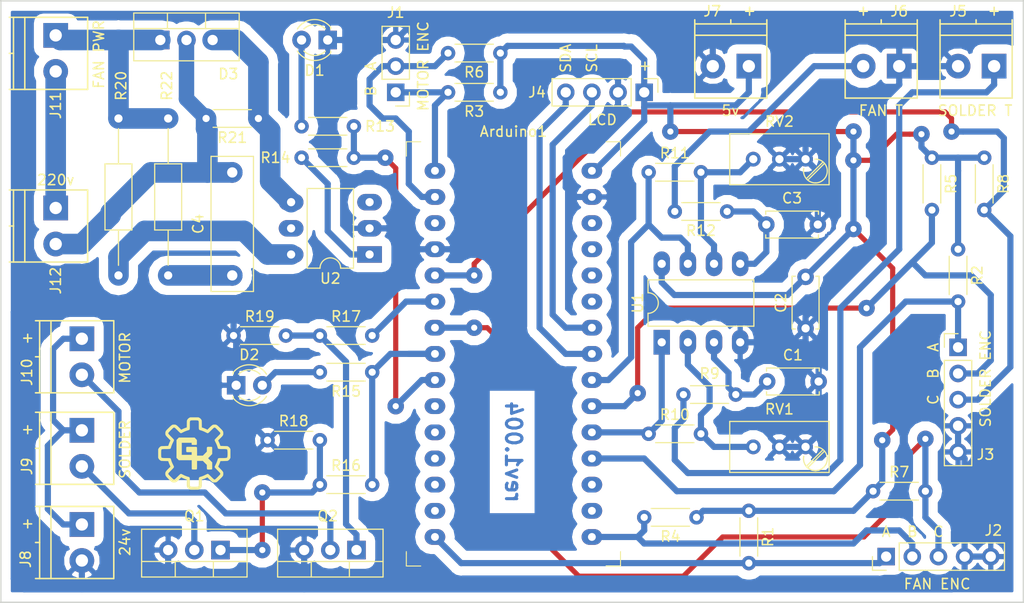
<source format=kicad_pcb>
(kicad_pcb (version 20171130) (host pcbnew "(5.0.0-rc2-154-gb82bf7c44)")
  (title_block (title "Arduino Soldering Station") (date 2018-06-16) (rev "rev. 1.004") (comment 1 "License: CC BY 4.0") (comment 2 "Author: Georgiy"))
  (layers (0 F.Cu signal) (31 B.Cu signal) (34 B.Paste user) (35 F.Paste user) (36 B.SilkS user) (37 F.SilkS user) (38 B.Mask user) (39 F.Mask user) (44 Edge.Cuts user))
  (net 0 "")
  (net 1 GND)
  (net 2 +5V)
  (net 3 /LCD_SCL)
  (net 4 /LCD_SDA)
  (net 5 "Net-(C1-Pad1)")
  (net 6 "Net-(D1-Pad2)")
  (net 7 "Net-(D2-Pad2)")
  (net 8 "Net-(D3-Pad1)")
  (net 9 "Net-(D3-Pad3)")
  (net 10 "Net-(J10-Pad1)")
  (net 11 "Net-(J11-Pad2)")
  (net 12 "Net-(R10-Pad2)")
  (net 13 "Net-(R11-Pad2)")
  (net 14 "Net-(R14-Pad1)")
  (net 15 "Net-(C3-Pad1)")
  (net 16 "Net-(J9-Pad2)")
  (net 17 "Net-(J10-Pad2)")
  (net 18 "Net-(Q1-Pad1)")
  (net 19 "Net-(Q2-Pad1)")
  (net 20 "Net-(R20-Pad2)")
  (net 21 "Net-(C4-Pad1)")
  (net 22 "Net-(C4-Pad2)")
  (net 23 /SOLDER_ENC_BTN)
  (net 24 /FAN_MOTOR)
  (net 25 /SOLDER_POWER)
  (net 26 /FAN_POWER)
  (net 27 /SOLDER_ENC_B)
  (net 28 /FAN_TEMP)
  (net 29 /SOLDER_ENC_A)
  (net 30 /SOLDER_TEMP)
  (net 31 "Net-(J5-Pad1)")
  (net 32 /MOTOR_ENC_B)
  (net 33 /MOTOR_ENC_A)
  (net 34 /FAN_ENC_BTN)
  (net 35 /FAN_ENC_A)
  (net 36 /FAN_ENC_B)
  (net 37 "Net-(J6-Pad2)")
  (net 38 "Net-(Arduino1-Pad3)")
  (net 39 "Net-(Arduino1-Pad10)")
  (net 40 "Net-(Arduino1-Pad11)")
  (net 41 "Net-(Arduino1-Pad12)")
  (net 42 "Net-(Arduino1-Pad13)")
  (net 43 "Net-(Arduino1-Pad14)")
  (net 44 "Net-(Arduino1-Pad17)")
  (net 45 "Net-(Arduino1-Pad18)")
  (net 46 "Net-(Arduino1-Pad25)")
  (net 47 "Net-(Arduino1-Pad26)")
  (net 48 "Net-(Arduino1-Pad27)")
  (net 49 "Net-(Arduino1-Pad28)")
  (net 50 "Net-(U2-Pad5)")
  (net 51 "Net-(U2-Pad3)")
  (module gk-footprints:Arduino_Nano (layer F.Cu) (at 106.68 83.82)
    (fp_text reference Arduino1 (at 0 -21.59) (layer F.SilkS))
    (fp_text value Arduino-Nano-V3)
    (pad 1 thru_hole oval (at -7.62 -17.78) (size 2 1.524) (drill 0.762) (layers *.Cu *.Mask) (net 32 /MOTOR_ENC_B))
    (pad 2 thru_hole oval (at -7.62 -15.24) (size 2 1.524) (drill 0.762) (layers *.Cu *.Mask) (net 33 /MOTOR_ENC_A))
    (pad 3 thru_hole oval (at -7.62 -12.7) (size 2 1.524) (drill 0.762) (layers *.Cu *.Mask) (net 38 "Net-(Arduino1-Pad3)"))
    (pad 4 thru_hole oval (at -7.62 -10.16) (size 2 1.524) (drill 0.762) (layers *.Cu *.Mask) (net 1 GND))
    (pad 5 thru_hole oval (at -7.62 -7.62) (size 2 1.524) (drill 0.762) (layers *.Cu *.Mask) (net 23 /SOLDER_ENC_BTN))
    (pad 6 thru_hole oval (at -7.62 -5.08) (size 2 1.524) (drill 0.762) (layers *.Cu *.Mask) (net 24 /FAN_MOTOR))
    (pad 7 thru_hole oval (at -7.62 -2.54) (size 2 1.524) (drill 0.762) (layers *.Cu *.Mask) (net 34 /FAN_ENC_BTN))
    (pad 8 thru_hole oval (at -7.62 0) (size 2 1.524) (drill 0.762) (layers *.Cu *.Mask) (net 25 /SOLDER_POWER))
    (pad 9 thru_hole oval (at -7.62 2.54) (size 2 1.524) (drill 0.762) (layers *.Cu *.Mask) (net 26 /FAN_POWER))
    (pad 10 thru_hole oval (at -7.62 5.08) (size 2 1.524) (drill 0.762) (layers *.Cu *.Mask) (net 39 "Net-(Arduino1-Pad10)"))
    (pad 11 thru_hole oval (at -7.62 7.62) (size 2 1.524) (drill 0.762) (layers *.Cu *.Mask) (net 40 "Net-(Arduino1-Pad11)"))
    (pad 12 thru_hole oval (at -7.62 10.16) (size 2 1.524) (drill 0.762) (layers *.Cu *.Mask) (net 41 "Net-(Arduino1-Pad12)"))
    (pad 13 thru_hole oval (at -7.62 12.7) (size 2 1.524) (drill 0.762) (layers *.Cu *.Mask) (net 42 "Net-(Arduino1-Pad13)"))
    (pad 14 thru_hole oval (at -7.62 15.24) (size 2 1.524) (drill 0.762) (layers *.Cu *.Mask) (net 43 "Net-(Arduino1-Pad14)"))
    (pad 15 thru_hole oval (at -7.62 17.78) (size 2 1.524) (drill 0.762) (layers *.Cu *.Mask) (net 35 /FAN_ENC_A))
    (pad 16 thru_hole oval (at 7.62 17.78) (size 2 1.524) (drill 0.762) (layers *.Cu *.Mask) (net 36 /FAN_ENC_B))
    (pad 17 thru_hole oval (at 7.62 15.24) (size 2 1.524) (drill 0.762) (layers *.Cu *.Mask) (net 44 "Net-(Arduino1-Pad17)"))
    (pad 18 thru_hole oval (at 7.62 12.7) (size 2 1.524) (drill 0.762) (layers *.Cu *.Mask) (net 45 "Net-(Arduino1-Pad18)"))
    (pad 19 thru_hole oval (at 7.62 10.16) (size 2 1.524) (drill 0.762) (layers *.Cu *.Mask) (net 29 /SOLDER_ENC_A))
    (pad 20 thru_hole oval (at 7.62 7.62) (size 2 1.524) (drill 0.762) (layers *.Cu *.Mask) (net 30 /SOLDER_TEMP))
    (pad 21 thru_hole oval (at 7.62 5.08) (size 2 1.524) (drill 0.762) (layers *.Cu *.Mask) (net 27 /SOLDER_ENC_B))
    (pad 22 thru_hole oval (at 7.62 2.54) (size 2 1.524) (drill 0.762) (layers *.Cu *.Mask) (net 28 /FAN_TEMP))
    (pad 23 thru_hole oval (at 7.62 0) (size 2 1.524) (drill 0.762) (layers *.Cu *.Mask) (net 4 /LCD_SDA))
    (pad 24 thru_hole oval (at 7.62 -2.54) (size 2 1.524) (drill 0.762) (layers *.Cu *.Mask) (net 3 /LCD_SCL))
    (pad 25 thru_hole oval (at 7.62 -5.08) (size 2 1.524) (drill 0.762) (layers *.Cu *.Mask) (net 46 "Net-(Arduino1-Pad25)"))
    (pad 26 thru_hole oval (at 7.62 -7.62) (size 2 1.524) (drill 0.762) (layers *.Cu *.Mask) (net 47 "Net-(Arduino1-Pad26)"))
    (pad 27 thru_hole oval (at 7.62 -10.16) (size 2 1.524) (drill 0.762) (layers *.Cu *.Mask) (net 48 "Net-(Arduino1-Pad27)"))
    (pad 28 thru_hole oval (at 7.62 -12.7) (size 2 1.524) (drill 0.762) (layers *.Cu *.Mask) (net 49 "Net-(Arduino1-Pad28)"))
    (pad 29 thru_hole oval (at 7.62 -15.24) (size 2 1.524) (drill 0.762) (layers *.Cu *.Mask) (net 1 GND))
    (pad 30 thru_hole oval (at 7.62 -17.78) (size 2 1.524) (drill 0.762) (layers *.Cu *.Mask) (net 2 +5V))
  )
  (module TerminalBlocks_Phoenix:TerminalBlock_Phoenix_PT-3.5mm_2pol (layer F.Cu) (at 129.54 55.88 180)
    (fp_text reference J7 (at 3.556 5.334 180) (layer F.SilkS))
    (fp_text value Power)
    (pad 2 thru_hole circle (at 3.5 0 180) (size 2.4 2.4) (drill 1.2) (layers *.Cu *.Mask) (net 1 GND))
    (pad 1 thru_hole rect (at 0 0 180) (size 2.4 2.4) (drill 1.2) (layers *.Cu *.Mask) (net 2 +5V))
  )
  (module Pin_Headers:Pin_Header_Straight_1x03_Pitch2.54mm (layer F.Cu) (at 95.25 58.42 180)
    (fp_text reference J1 (at 0 7.747 180) (layer F.SilkS))
    (fp_text value "Fan Motor Encoder")
    (pad 1 thru_hole rect (at 0 0 180) (size 1.7 1.7) (drill 1) (layers *.Cu *.Mask) (net 32 /MOTOR_ENC_B))
    (pad 2 thru_hole oval (at 0 2.54 180) (size 1.7 1.7) (drill 1) (layers *.Cu *.Mask) (net 33 /MOTOR_ENC_A))
    (pad 3 thru_hole oval (at 0 5.08 180) (size 1.7 1.7) (drill 1) (layers *.Cu *.Mask) (net 1 GND))
  )
  (module Pin_Headers:Pin_Header_Straight_1x05_Pitch2.54mm (layer F.Cu) (at 142.875 103.505 90)
    (fp_text reference J2 (at 2.54 10.414 180) (layer F.SilkS))
    (fp_text value "Fan Power Encoder")
    (pad 1 thru_hole rect (at 0 0 90) (size 1.7 1.7) (drill 1) (layers *.Cu *.Mask) (net 35 /FAN_ENC_A))
    (pad 2 thru_hole oval (at 0 2.54 90) (size 1.7 1.7) (drill 1) (layers *.Cu *.Mask) (net 36 /FAN_ENC_B))
    (pad 3 thru_hole oval (at 0 5.08 90) (size 1.7 1.7) (drill 1) (layers *.Cu *.Mask) (net 34 /FAN_ENC_BTN))
    (pad 4 thru_hole oval (at 0 7.62 90) (size 1.7 1.7) (drill 1) (layers *.Cu *.Mask) (net 1 GND))
    (pad 5 thru_hole oval (at 0 10.16 90) (size 1.7 1.7) (drill 1) (layers *.Cu *.Mask) (net 1 GND))
  )
  (module Pin_Headers:Pin_Header_Straight_1x05_Pitch2.54mm (layer F.Cu) (at 149.86 83.185)
    (fp_text reference J3 (at 2.667 10.414) (layer F.SilkS))
    (fp_text value "Solder Power Encoder")
    (pad 1 thru_hole rect (at 0 0) (size 1.7 1.7) (drill 1) (layers *.Cu *.Mask) (net 29 /SOLDER_ENC_A))
    (pad 2 thru_hole oval (at 0 2.54) (size 1.7 1.7) (drill 1) (layers *.Cu *.Mask) (net 27 /SOLDER_ENC_B))
    (pad 3 thru_hole oval (at 0 5.08) (size 1.7 1.7) (drill 1) (layers *.Cu *.Mask) (net 23 /SOLDER_ENC_BTN))
    (pad 4 thru_hole oval (at 0 7.62) (size 1.7 1.7) (drill 1) (layers *.Cu *.Mask) (net 1 GND))
    (pad 5 thru_hole oval (at 0 10.16) (size 1.7 1.7) (drill 1) (layers *.Cu *.Mask) (net 1 GND))
  )
  (module Pin_Headers:Pin_Header_Straight_1x04_Pitch2.54mm (layer F.Cu) (at 119.38 58.42 270)
    (fp_text reference J4 (at 0 10.414) (layer F.SilkS))
    (fp_text value "LCD 1602")
    (pad 1 thru_hole rect (at 0 0 270) (size 1.7 1.7) (drill 1) (layers *.Cu *.Mask) (net 2 +5V))
    (pad 2 thru_hole oval (at 0 2.54 270) (size 1.7 1.7) (drill 1) (layers *.Cu *.Mask) (net 1 GND))
    (pad 3 thru_hole oval (at 0 5.08 270) (size 1.7 1.7) (drill 1) (layers *.Cu *.Mask) (net 3 /LCD_SCL))
    (pad 4 thru_hole oval (at 0 7.62 270) (size 1.7 1.7) (drill 1) (layers *.Cu *.Mask) (net 4 /LCD_SDA))
  )
  (module Resistors_THT:R_Axial_DIN0204_L3.6mm_D1.6mm_P5.08mm_Horizontal (layer F.Cu) (at 124.46 99.695 180)
    (fp_text reference R4 (at 2.54 -1.86 180) (layer F.SilkS))
    (fp_text value 10k)
    (pad 1 thru_hole circle (at 0 0 180) (size 1.4 1.4) (drill 0.7) (layers *.Cu *.Mask) (net 2 +5V))
    (pad 2 thru_hole oval (at 5.08 0 180) (size 1.4 1.4) (drill 0.7) (layers *.Cu *.Mask) (net 36 /FAN_ENC_B))
  )
  (module Resistors_THT:R_Axial_DIN0204_L3.6mm_D1.6mm_P5.08mm_Horizontal (layer F.Cu) (at 141.605 97.155)
    (fp_text reference R7 (at 2.54 -1.86) (layer F.SilkS))
    (fp_text value 10k)
    (pad 1 thru_hole circle (at 0 0) (size 1.4 1.4) (drill 0.7) (layers *.Cu *.Mask) (net 2 +5V))
    (pad 2 thru_hole oval (at 5.08 0) (size 1.4 1.4) (drill 0.7) (layers *.Cu *.Mask) (net 34 /FAN_ENC_BTN))
  )
  (module Resistors_THT:R_Axial_DIN0204_L3.6mm_D1.6mm_P5.08mm_Horizontal (layer F.Cu) (at 152.4 64.77 270)
    (fp_text reference R8 (at 2.54 -1.86 270) (layer F.SilkS))
    (fp_text value 10k)
    (pad 1 thru_hole circle (at 0 0 270) (size 1.4 1.4) (drill 0.7) (layers *.Cu *.Mask) (net 2 +5V))
    (pad 2 thru_hole oval (at 5.08 0 270) (size 1.4 1.4) (drill 0.7) (layers *.Cu *.Mask) (net 23 /SOLDER_ENC_BTN))
  )
  (module Resistors_THT:R_Axial_DIN0204_L3.6mm_D1.6mm_P5.08mm_Horizontal (layer F.Cu) (at 147.32 64.77 270)
    (fp_text reference R5 (at 2.54 -1.86 270) (layer F.SilkS))
    (fp_text value 10k)
    (pad 1 thru_hole circle (at 0 0 270) (size 1.4 1.4) (drill 0.7) (layers *.Cu *.Mask) (net 2 +5V))
    (pad 2 thru_hole oval (at 5.08 0 270) (size 1.4 1.4) (drill 0.7) (layers *.Cu *.Mask) (net 27 /SOLDER_ENC_B))
  )
  (module Resistors_THT:R_Axial_DIN0204_L3.6mm_D1.6mm_P5.08mm_Horizontal (layer F.Cu) (at 129.54 99.06 270)
    (fp_text reference R1 (at 2.54 -1.86 270) (layer F.SilkS))
    (fp_text value 10k)
    (pad 1 thru_hole circle (at 0 0 270) (size 1.4 1.4) (drill 0.7) (layers *.Cu *.Mask) (net 2 +5V))
    (pad 2 thru_hole oval (at 5.08 0 270) (size 1.4 1.4) (drill 0.7) (layers *.Cu *.Mask) (net 35 /FAN_ENC_A))
  )
  (module Resistors_THT:R_Axial_DIN0204_L3.6mm_D1.6mm_P5.08mm_Horizontal (layer F.Cu) (at 149.86 73.66 270)
    (fp_text reference R2 (at 2.54 -1.86 270) (layer F.SilkS))
    (fp_text value 10k)
    (pad 1 thru_hole circle (at 0 0 270) (size 1.4 1.4) (drill 0.7) (layers *.Cu *.Mask) (net 2 +5V))
    (pad 2 thru_hole oval (at 5.08 0 270) (size 1.4 1.4) (drill 0.7) (layers *.Cu *.Mask) (net 29 /SOLDER_ENC_A))
  )
  (module LEDs:LED_D3.0mm (layer F.Cu) (at 88.646 53.34 180)
    (fp_text reference D1 (at 1.27 -2.96 180) (layer F.SilkS))
    (fp_text value "LED FAN")
    (pad 1 thru_hole rect (at 0 0 180) (size 1.8 1.8) (drill 0.9) (layers *.Cu *.Mask) (net 1 GND))
    (pad 2 thru_hole circle (at 2.54 0 180) (size 1.8 1.8) (drill 0.9) (layers *.Cu *.Mask) (net 6 "Net-(D1-Pad2)"))
  )
  (module LEDs:LED_D3.0mm (layer F.Cu) (at 79.756 86.868)
    (fp_text reference D2 (at 1.27 -2.96) (layer F.SilkS))
    (fp_text value "LED SOLDER")
    (pad 1 thru_hole rect (at 0 0) (size 1.8 1.8) (drill 0.9) (layers *.Cu *.Mask) (net 1 GND))
    (pad 2 thru_hole circle (at 2.54 0) (size 1.8 1.8) (drill 0.9) (layers *.Cu *.Mask) (net 7 "Net-(D2-Pad2)"))
  )
  (module TO_SOT_Packages_THT:TO-220-3_Vertical (layer F.Cu) (at 72.39 53.34)
    (fp_text reference D3 (at 6.604 3.302) (layer F.SilkS))
    (fp_text value BT138)
    (pad 1 thru_hole rect (at 0 0) (size 1.8 1.8) (drill 1) (layers *.Cu *.Mask) (net 8 "Net-(D3-Pad1)"))
    (pad 2 thru_hole oval (at 2.54 0) (size 1.8 1.8) (drill 1) (layers *.Cu *.Mask) (net 22 "Net-(C4-Pad2)"))
    (pad 3 thru_hole oval (at 5.08 0) (size 1.8 1.8) (drill 1) (layers *.Cu *.Mask) (net 9 "Net-(D3-Pad3)"))
  )
  (module TO_SOT_Packages_THT:TO-220-3_Vertical (layer F.Cu) (at 78.232 102.87 180)
    (fp_text reference Q1 (at 2.54 3.302 180) (layer F.SilkS))
    (fp_text value IRFZ44N)
    (pad 1 thru_hole rect (at 0 0 180) (size 1.8 1.8) (drill 1) (layers *.Cu *.Mask) (net 18 "Net-(Q1-Pad1)"))
    (pad 2 thru_hole oval (at 2.54 0 180) (size 1.8 1.8) (drill 1) (layers *.Cu *.Mask) (net 16 "Net-(J9-Pad2)"))
    (pad 3 thru_hole oval (at 5.08 0 180) (size 1.8 1.8) (drill 1) (layers *.Cu *.Mask) (net 1 GND))
  )
  (module TO_SOT_Packages_THT:TO-220-3_Vertical (layer F.Cu) (at 91.44 102.87 180)
    (fp_text reference Q2 (at 2.794 3.302 180) (layer F.SilkS))
    (fp_text value IRFZ44N)
    (pad 1 thru_hole rect (at 0 0 180) (size 1.8 1.8) (drill 1) (layers *.Cu *.Mask) (net 19 "Net-(Q2-Pad1)"))
    (pad 2 thru_hole oval (at 2.54 0 180) (size 1.8 1.8) (drill 1) (layers *.Cu *.Mask) (net 17 "Net-(J10-Pad2)"))
    (pad 3 thru_hole oval (at 5.08 0 180) (size 1.8 1.8) (drill 1) (layers *.Cu *.Mask) (net 1 GND))
  )
  (module Resistors_THT:R_Axial_DIN0204_L3.6mm_D1.6mm_P5.08mm_Horizontal (layer F.Cu) (at 128.27 87.772107 180)
    (fp_text reference R9 (at 2.54 2.047107 180) (layer F.SilkS))
    (fp_text value 10k)
    (pad 1 thru_hole circle (at 0 0 180) (size 1.4 1.4) (drill 0.7) (layers *.Cu *.Mask) (net 5 "Net-(C1-Pad1)"))
    (pad 2 thru_hole oval (at 5.08 0 180) (size 1.4 1.4) (drill 0.7) (layers *.Cu *.Mask) (net 31 "Net-(J5-Pad1)"))
  )
  (module Resistors_THT:R_Axial_DIN0204_L3.6mm_D1.6mm_P5.08mm_Horizontal (layer F.Cu) (at 119.810281 91.582107)
    (fp_text reference R10 (at 2.54 -1.86) (layer F.SilkS))
    (fp_text value 220k)
    (pad 1 thru_hole circle (at 0 0) (size 1.4 1.4) (drill 0.7) (layers *.Cu *.Mask) (net 30 /SOLDER_TEMP))
    (pad 2 thru_hole oval (at 5.08 0) (size 1.4 1.4) (drill 0.7) (layers *.Cu *.Mask) (net 12 "Net-(R10-Pad2)"))
  )
  (module Resistors_THT:R_Axial_DIN0204_L3.6mm_D1.6mm_P5.08mm_Horizontal (layer F.Cu) (at 119.810281 66.182107)
    (fp_text reference R11 (at 2.54 -1.86) (layer F.SilkS))
    (fp_text value 220k)
    (pad 1 thru_hole circle (at 0 0) (size 1.4 1.4) (drill 0.7) (layers *.Cu *.Mask) (net 28 /FAN_TEMP))
    (pad 2 thru_hole oval (at 5.08 0) (size 1.4 1.4) (drill 0.7) (layers *.Cu *.Mask) (net 13 "Net-(R11-Pad2)"))
  )
  (module Resistors_THT:R_Axial_DIN0204_L3.6mm_D1.6mm_P5.08mm_Horizontal (layer F.Cu) (at 127.430281 69.992107 180)
    (fp_text reference R12 (at 2.54 -1.86 180) (layer F.SilkS))
    (fp_text value 10k)
    (pad 1 thru_hole circle (at 0 0 180) (size 1.4 1.4) (drill 0.7) (layers *.Cu *.Mask) (net 15 "Net-(C3-Pad1)"))
    (pad 2 thru_hole oval (at 5.08 0 180) (size 1.4 1.4) (drill 0.7) (layers *.Cu *.Mask) (net 37 "Net-(J6-Pad2)"))
  )
  (module Resistors_THT:R_Axial_DIN0204_L3.6mm_D1.6mm_P5.08mm_Horizontal (layer F.Cu) (at 86.106 64.77)
    (fp_text reference R14 (at -2.54 0) (layer F.SilkS))
    (fp_text value 220)
    (pad 1 thru_hole circle (at 0 0) (size 1.4 1.4) (drill 0.7) (layers *.Cu *.Mask) (net 14 "Net-(R14-Pad1)"))
    (pad 2 thru_hole oval (at 5.08 0) (size 1.4 1.4) (drill 0.7) (layers *.Cu *.Mask) (net 26 /FAN_POWER))
  )
  (module Resistors_THT:R_Axial_DIN0204_L3.6mm_D1.6mm_P5.08mm_Horizontal (layer F.Cu) (at 92.964 85.598 180)
    (fp_text reference R15 (at 2.54 -1.86 180) (layer F.SilkS))
    (fp_text value 220)
    (pad 1 thru_hole circle (at 0 0 180) (size 1.4 1.4) (drill 0.7) (layers *.Cu *.Mask) (net 25 /SOLDER_POWER))
    (pad 2 thru_hole oval (at 5.08 0 180) (size 1.4 1.4) (drill 0.7) (layers *.Cu *.Mask) (net 7 "Net-(D2-Pad2)"))
  )
  (module Housings_DIP:DIP-8_W7.62mm_LongPads (layer F.Cu) (at 121.080281 82.692107 90)
    (fp_text reference U1 (at 3.81 -2.33 90) (layer F.SilkS))
    (fp_text value LM358)
    (pad 1 thru_hole rect (at 0 0 90) (size 2.4 1.6) (drill 0.8) (layers *.Cu *.Mask) (net 30 /SOLDER_TEMP))
    (pad 5 thru_hole oval (at 7.62 7.62 90) (size 2.4 1.6) (drill 0.8) (layers *.Cu *.Mask) (net 15 "Net-(C3-Pad1)"))
    (pad 2 thru_hole oval (at 0 2.54 90) (size 2.4 1.6) (drill 0.8) (layers *.Cu *.Mask) (net 12 "Net-(R10-Pad2)"))
    (pad 6 thru_hole oval (at 7.62 5.08 90) (size 2.4 1.6) (drill 0.8) (layers *.Cu *.Mask) (net 13 "Net-(R11-Pad2)"))
    (pad 3 thru_hole oval (at 0 5.08 90) (size 2.4 1.6) (drill 0.8) (layers *.Cu *.Mask) (net 5 "Net-(C1-Pad1)"))
    (pad 7 thru_hole oval (at 7.62 2.54 90) (size 2.4 1.6) (drill 0.8) (layers *.Cu *.Mask) (net 28 /FAN_TEMP))
    (pad 4 thru_hole oval (at 0 7.62 90) (size 2.4 1.6) (drill 0.8) (layers *.Cu *.Mask) (net 1 GND))
    (pad 8 thru_hole oval (at 7.62 0 90) (size 2.4 1.6) (drill 0.8) (layers *.Cu *.Mask) (net 2 +5V))
  )
  (module Housings_DIP:DIP-6_W7.62mm_LongPads (layer F.Cu) (at 92.71 74.168 180)
    (fp_text reference U2 (at 3.81 -2.33 180) (layer F.SilkS))
    (fp_text value MOC3063M)
    (pad 1 thru_hole rect (at 0 0 180) (size 2.4 1.6) (drill 0.8) (layers *.Cu *.Mask) (net 14 "Net-(R14-Pad1)"))
    (pad 4 thru_hole oval (at 7.62 5.08 180) (size 2.4 1.6) (drill 0.8) (layers *.Cu *.Mask) (net 9 "Net-(D3-Pad3)"))
    (pad 2 thru_hole oval (at 0 2.54 180) (size 2.4 1.6) (drill 0.8) (layers *.Cu *.Mask) (net 1 GND))
    (pad 5 thru_hole oval (at 7.62 2.54 180) (size 2.4 1.6) (drill 0.8) (layers *.Cu *.Mask) (net 50 "Net-(U2-Pad5)"))
    (pad 3 thru_hole oval (at 0 5.08 180) (size 2.4 1.6) (drill 0.8) (layers *.Cu *.Mask) (net 51 "Net-(U2-Pad3)"))
    (pad 6 thru_hole oval (at 7.62 0 180) (size 2.4 1.6) (drill 0.8) (layers *.Cu *.Mask) (net 20 "Net-(R20-Pad2)"))
  )
  (module Resistors_THT:R_Axial_DIN0204_L3.6mm_D1.6mm_P5.08mm_Horizontal (layer F.Cu) (at 91.186 61.722 180)
    (fp_text reference R13 (at -2.54 0 180) (layer F.SilkS))
    (fp_text value 220)
    (pad 1 thru_hole circle (at 0 0 180) (size 1.4 1.4) (drill 0.7) (layers *.Cu *.Mask) (net 26 /FAN_POWER))
    (pad 2 thru_hole oval (at 5.08 0 180) (size 1.4 1.4) (drill 0.7) (layers *.Cu *.Mask) (net 6 "Net-(D1-Pad2)"))
  )
  (module Resistors_THT:R_Axial_DIN0204_L3.6mm_D1.6mm_P5.08mm_Horizontal (layer F.Cu) (at 87.884 96.52)
    (fp_text reference R16 (at 2.54 -1.86) (layer F.SilkS))
    (fp_text value 100)
    (pad 1 thru_hole circle (at 0 0) (size 1.4 1.4) (drill 0.7) (layers *.Cu *.Mask) (net 18 "Net-(Q1-Pad1)"))
    (pad 2 thru_hole oval (at 5.08 0) (size 1.4 1.4) (drill 0.7) (layers *.Cu *.Mask) (net 25 /SOLDER_POWER))
  )
  (module Resistors_THT:R_Axial_DIN0204_L3.6mm_D1.6mm_P5.08mm_Horizontal (layer F.Cu) (at 87.884 82.042)
    (fp_text reference R17 (at 2.54 -1.86) (layer F.SilkS))
    (fp_text value 100)
    (pad 1 thru_hole circle (at 0 0) (size 1.4 1.4) (drill 0.7) (layers *.Cu *.Mask) (net 19 "Net-(Q2-Pad1)"))
    (pad 2 thru_hole oval (at 5.08 0) (size 1.4 1.4) (drill 0.7) (layers *.Cu *.Mask) (net 24 /FAN_MOTOR))
  )
  (module Resistors_THT:R_Axial_DIN0204_L3.6mm_D1.6mm_P5.08mm_Horizontal (layer F.Cu) (at 82.804 92.202)
    (fp_text reference R18 (at 2.54 -1.86) (layer F.SilkS))
    (fp_text value 10k)
    (pad 1 thru_hole circle (at 0 0) (size 1.4 1.4) (drill 0.7) (layers *.Cu *.Mask) (net 1 GND))
    (pad 2 thru_hole oval (at 5.08 0) (size 1.4 1.4) (drill 0.7) (layers *.Cu *.Mask) (net 18 "Net-(Q1-Pad1)"))
  )
  (module Resistors_THT:R_Axial_DIN0204_L3.6mm_D1.6mm_P5.08mm_Horizontal (layer F.Cu) (at 79.502 82.042)
    (fp_text reference R19 (at 2.54 -1.86) (layer F.SilkS))
    (fp_text value 10k)
    (pad 1 thru_hole circle (at 0 0) (size 1.4 1.4) (drill 0.7) (layers *.Cu *.Mask) (net 1 GND))
    (pad 2 thru_hole oval (at 5.08 0) (size 1.4 1.4) (drill 0.7) (layers *.Cu *.Mask) (net 19 "Net-(Q2-Pad1)"))
  )
  (module Resistors_THT:R_Axial_DIN0207_L6.3mm_D2.5mm_P15.24mm_Horizontal (layer F.Cu) (at 68.326 60.96 270)
    (fp_text reference R20 (at -3.175 -0.254 270) (layer F.SilkS))
    (fp_text value 380)
    (pad 1 thru_hole circle (at 0 0 270) (size 1.6 1.6) (drill 0.8) (layers *.Cu *.Mask) (net 8 "Net-(D3-Pad1)"))
    (pad 2 thru_hole oval (at 15.24 0 270) (size 1.6 1.6) (drill 0.8) (layers *.Cu *.Mask) (net 20 "Net-(R20-Pad2)"))
  )
  (module Resistors_THT:R_Axial_DIN0207_L6.3mm_D2.5mm_P15.24mm_Horizontal (layer F.Cu) (at 73.152 76.2 90)
    (fp_text reference R22 (at 18.415 -0.127 90) (layer F.SilkS))
    (fp_text value 39)
    (pad 1 thru_hole circle (at 0 0 90) (size 1.6 1.6) (drill 0.8) (layers *.Cu *.Mask) (net 21 "Net-(C4-Pad1)"))
    (pad 2 thru_hole oval (at 15.24 0 90) (size 1.6 1.6) (drill 0.8) (layers *.Cu *.Mask) (net 8 "Net-(D3-Pad1)"))
  )
  (module Resistors_THT:R_Axial_DIN0204_L3.6mm_D1.6mm_P5.08mm_Horizontal (layer F.Cu) (at 81.915 60.96 180)
    (fp_text reference R21 (at 2.54 -1.86 180) (layer F.SilkS))
    (fp_text value 330)
    (pad 1 thru_hole circle (at 0 0 180) (size 1.4 1.4) (drill 0.7) (layers *.Cu *.Mask) (net 9 "Net-(D3-Pad3)"))
    (pad 2 thru_hole oval (at 5.08 0 180) (size 1.4 1.4) (drill 0.7) (layers *.Cu *.Mask) (net 22 "Net-(C4-Pad2)"))
  )
  (module Potentiometers:Potentiometer_Trimmer_Bourns_3296W (layer F.Cu) (at 135.050281 92.852107)
    (fp_text reference RV1 (at -2.54 -3.66) (layer F.SilkS))
    (fp_text value 10k)
    (pad 1 thru_hole circle (at 0 0) (size 1.44 1.44) (drill 0.8) (layers *.Cu *.Mask) (net 1 GND))
    (pad 2 thru_hole circle (at -2.54 0) (size 1.44 1.44) (drill 0.8) (layers *.Cu *.Mask) (net 1 GND))
    (pad 3 thru_hole circle (at -5.08 0) (size 1.44 1.44) (drill 0.8) (layers *.Cu *.Mask) (net 12 "Net-(R10-Pad2)"))
  )
  (module Potentiometers:Potentiometer_Trimmer_Bourns_3296W (layer F.Cu) (at 135.050281 64.912107)
    (fp_text reference RV2 (at -2.54 -3.66) (layer F.SilkS))
    (fp_text value 10k)
    (pad 1 thru_hole circle (at 0 0) (size 1.44 1.44) (drill 0.8) (layers *.Cu *.Mask) (net 1 GND))
    (pad 2 thru_hole circle (at -2.54 0) (size 1.44 1.44) (drill 0.8) (layers *.Cu *.Mask) (net 1 GND))
    (pad 3 thru_hole circle (at -5.08 0) (size 1.44 1.44) (drill 0.8) (layers *.Cu *.Mask) (net 13 "Net-(R11-Pad2)"))
  )
  (module Capacitors_THT:C_Disc_D5.0mm_W2.5mm_P5.00mm (layer F.Cu) (at 131.320281 86.502107)
    (fp_text reference C1 (at 2.5 -2.56) (layer F.SilkS))
    (fp_text value 1uF)
    (pad 1 thru_hole circle (at 0 0) (size 1.6 1.6) (drill 0.8) (layers *.Cu *.Mask) (net 5 "Net-(C1-Pad1)"))
    (pad 2 thru_hole circle (at 5 0) (size 1.6 1.6) (drill 0.8) (layers *.Cu *.Mask) (net 1 GND))
  )
  (module Capacitors_THT:C_Disc_D5.0mm_W2.5mm_P5.00mm (layer F.Cu) (at 135.050281 76.342107 270)
    (fp_text reference C2 (at 2.524893 2.398781 270) (layer F.SilkS))
    (fp_text value 100nF)
    (pad 1 thru_hole circle (at 0 0 270) (size 1.6 1.6) (drill 0.8) (layers *.Cu *.Mask) (net 2 +5V))
    (pad 2 thru_hole circle (at 5 0 270) (size 1.6 1.6) (drill 0.8) (layers *.Cu *.Mask) (net 1 GND))
  )
  (module Capacitors_THT:C_Disc_D5.0mm_W2.5mm_P5.00mm (layer F.Cu) (at 131.240281 71.262107)
    (fp_text reference C3 (at 2.5 -2.56) (layer F.SilkS))
    (fp_text value 1uF)
    (pad 1 thru_hole circle (at 0 0) (size 1.6 1.6) (drill 0.8) (layers *.Cu *.Mask) (net 15 "Net-(C3-Pad1)"))
    (pad 2 thru_hole circle (at 5 0) (size 1.6 1.6) (drill 0.8) (layers *.Cu *.Mask) (net 1 GND))
  )
  (module Capacitors_THT:C_Rect_L13.0mm_W4.0mm_P10.00mm_FKS3_FKP3_MKS4 (layer F.Cu) (at 79.375 76.2 90)
    (fp_text reference C4 (at 5 -3.31 90) (layer F.SilkS))
    (fp_text value 10nF)
    (pad 1 thru_hole circle (at 0 0 90) (size 2 2) (drill 1) (layers *.Cu *.Mask) (net 21 "Net-(C4-Pad1)"))
    (pad 2 thru_hole circle (at 10 0 90) (size 2 2) (drill 1) (layers *.Cu *.Mask) (net 22 "Net-(C4-Pad2)"))
  )
  (module TerminalBlocks_Phoenix:TerminalBlock_Phoenix_PT-3.5mm_2pol (layer F.Cu) (at 153.36 55.88 180)
    (fp_text reference J5 (at 3.5 5.334 180) (layer F.SilkS))
    (fp_text value "Solder Temp")
    (pad 2 thru_hole circle (at 3.5 0 180) (size 2.4 2.4) (drill 1.2) (layers *.Cu *.Mask) (net 1 GND))
    (pad 1 thru_hole rect (at 0 0 180) (size 2.4 2.4) (drill 1.2) (layers *.Cu *.Mask) (net 31 "Net-(J5-Pad1)"))
  )
  (module TerminalBlocks_Phoenix:TerminalBlock_Phoenix_PT-3.5mm_2pol (layer F.Cu) (at 144.145 55.88 180)
    (fp_text reference J6 (at 0 5.334 180) (layer F.SilkS))
    (fp_text value "Fan Temp")
    (pad 2 thru_hole circle (at 3.5 0 180) (size 2.4 2.4) (drill 1.2) (layers *.Cu *.Mask) (net 37 "Net-(J6-Pad2)"))
    (pad 1 thru_hole rect (at 0 0 180) (size 2.4 2.4) (drill 1.2) (layers *.Cu *.Mask) (net 1 GND))
  )
  (module TerminalBlocks_Phoenix:TerminalBlock_Phoenix_PT-3.5mm_2pol (layer F.Cu) (at 64.77 100.386 270)
    (fp_text reference J8 (at 3.373 5.461 270) (layer F.SilkS))
    (fp_text value 24v)
    (pad 2 thru_hole circle (at 3.5 0 270) (size 2.4 2.4) (drill 1.2) (layers *.Cu *.Mask) (net 1 GND))
    (pad 1 thru_hole rect (at 0 0 270) (size 2.4 2.4) (drill 1.2) (layers *.Cu *.Mask) (net 10 "Net-(J10-Pad1)"))
  )
  (module TerminalBlocks_Phoenix:TerminalBlock_Phoenix_PT-3.5mm_2pol (layer F.Cu) (at 64.77 91.242 270)
    (fp_text reference J9 (at 3.5 5.334 270) (layer F.SilkS))
    (fp_text value "Solder Power")
    (pad 2 thru_hole circle (at 3.5 0 270) (size 2.4 2.4) (drill 1.2) (layers *.Cu *.Mask) (net 16 "Net-(J9-Pad2)"))
    (pad 1 thru_hole rect (at 0 0 270) (size 2.4 2.4) (drill 1.2) (layers *.Cu *.Mask) (net 10 "Net-(J10-Pad1)"))
  )
  (module TerminalBlocks_Phoenix:TerminalBlock_Phoenix_PT-3.5mm_2pol (layer F.Cu) (at 64.77 82.352 270)
    (fp_text reference J10 (at 3.246 5.334 270) (layer F.SilkS))
    (fp_text value "Fan Motor")
    (pad 2 thru_hole circle (at 3.5 0 270) (size 2.4 2.4) (drill 1.2) (layers *.Cu *.Mask) (net 17 "Net-(J10-Pad2)"))
    (pad 1 thru_hole rect (at 0 0 270) (size 2.4 2.4) (drill 1.2) (layers *.Cu *.Mask) (net 10 "Net-(J10-Pad1)"))
  )
  (module TerminalBlocks_Phoenix:TerminalBlock_Phoenix_PT-3.5mm_2pol (layer F.Cu) (at 62.23 52.888 270)
    (fp_text reference J11 (at 6.802 0 270) (layer F.SilkS))
    (fp_text value 220V)
    (pad 2 thru_hole circle (at 3.5 0 270) (size 2.4 2.4) (drill 1.2) (layers *.Cu *.Mask) (net 11 "Net-(J11-Pad2)"))
    (pad 1 thru_hole rect (at 0 0 270) (size 2.4 2.4) (drill 1.2) (layers *.Cu *.Mask) (net 8 "Net-(D3-Pad1)"))
  )
  (module TerminalBlocks_Phoenix:TerminalBlock_Phoenix_PT-3.5mm_2pol (layer F.Cu) (at 62.23 69.652 270)
    (fp_text reference J12 (at 7.056 0 270) (layer F.SilkS))
    (fp_text value "Fan Power")
    (pad 2 thru_hole circle (at 3.5 0 270) (size 2.4 2.4) (drill 1.2) (layers *.Cu *.Mask) (net 22 "Net-(C4-Pad2)"))
    (pad 1 thru_hole rect (at 0 0 270) (size 2.4 2.4) (drill 1.2) (layers *.Cu *.Mask) (net 11 "Net-(J11-Pad2)"))
  )
  (module Resistors_THT:R_Axial_DIN0204_L3.6mm_D1.6mm_P5.08mm_Horizontal (layer F.Cu) (at 105.41 58.42 180)
    (fp_text reference R3 (at 2.54 -1.86 180) (layer F.SilkS))
    (fp_text value 10k)
    (pad 1 thru_hole circle (at 0 0 180) (size 1.4 1.4) (drill 0.7) (layers *.Cu *.Mask) (net 2 +5V))
    (pad 2 thru_hole oval (at 5.08 0 180) (size 1.4 1.4) (drill 0.7) (layers *.Cu *.Mask) (net 32 /MOTOR_ENC_B))
  )
  (module Resistors_THT:R_Axial_DIN0204_L3.6mm_D1.6mm_P5.08mm_Horizontal (layer F.Cu) (at 105.41 54.61 180)
    (fp_text reference R6 (at 2.54 -1.86 180) (layer F.SilkS))
    (fp_text value 10k)
    (pad 1 thru_hole circle (at 0 0 180) (size 1.4 1.4) (drill 0.7) (layers *.Cu *.Mask) (net 2 +5V))
    (pad 2 thru_hole oval (at 5.08 0 180) (size 1.4 1.4) (drill 0.7) (layers *.Cu *.Mask) (net 33 /MOTOR_ENC_A))
  )
  (module gk-pcb-logo:pcb-logo-v1-7mm (layer F.Cu) (at 75.692 93.4974)
    (fp_text reference G*** hide)
    (fp_text value LOGO hide)
  )
  (gr_text + (at 119.38 55.88 90) (layer F.SilkS) (effects (font (size 1 1))))
  (gr_text SCL (at 114.3 55.118 90) (layer F.SilkS) (effects (font (size 1 1))))
  (gr_text SDA (at 111.76 55.118 90) (layer F.SilkS) (effects (font (size 1 1))))
  (gr_text C (at 147.955 101.092) (layer F.SilkS) (effects (font (size 1 1))))
  (gr_text A (at 142.875 101.092) (layer F.SilkS) (effects (font (size 1 1))))
  (gr_text B (at 145.415 101.092) (layer F.SilkS) (effects (font (size 1 1))))
  (gr_text C (at 147.447 88.265 90) (layer F.SilkS) (effects (font (size 1 1))))
  (gr_text B (at 147.447 85.725 90) (layer F.SilkS) (effects (font (size 1 1))))
  (gr_text A (at 147.447 83.185 90) (layer F.SilkS) (effects (font (size 1 1))))
  (gr_text A (at 92.837 55.88 90) (layer F.SilkS) (effects (font (size 1 1))))
  (gr_text B (at 92.837 58.293 90) (layer F.SilkS) (effects (font (size 1 1))))
  (gr_text + (at 153.289 50.546 90) (layer F.SilkS) (effects (font (size 1 1))))
  (gr_text + (at 140.589 50.546 90) (layer F.SilkS) (effects (font (size 1 1))))
  (gr_text + (at 129.54 50.546 90) (layer F.SilkS) (effects (font (size 1 1))))
  (gr_text + (at 59.436 100.33 90) (layer F.SilkS) (effects (font (size 1 1))))
  (gr_text + (at 59.436 91.186 90) (layer F.SilkS) (effects (font (size 1 1))))
  (gr_text + (at 59.436 82.296 90) (layer F.SilkS) (effects (font (size 1 1))))
  (gr_text 5v (at 127.762 60.198) (layer F.SilkS) (effects (font (size 1 1))))
  (gr_text "MOTOR ENC" (at 97.917 55.88 90) (layer F.SilkS) (effects (font (size 1 1))))
  (gr_text LCD (at 115.316 61.087) (layer F.SilkS) (effects (font (size 1 1))))
  (gr_text "FAN T" (at 142.367 60.198) (layer F.SilkS) (effects (font (size 1 1))))
  (gr_text "SOLDER T" (at 151.511 60.198) (layer F.SilkS) (effects (font (size 1 1))))
  (gr_text "SOLDER ENC" (at 152.527 86.233 90) (layer F.SilkS) (effects (font (size 1 1))))
  (gr_text "FAN ENC" (at 147.828 106.172) (layer F.SilkS) (effects (font (size 1 1))))
  (gr_text 24v (at 68.961 102.108 90) (layer F.SilkS) (effects (font (size 1 1))))
  (gr_text SOLDER (at 68.961 93.091 90) (layer F.SilkS) (effects (font (size 1 1))))
  (gr_text MOTOR (at 68.961 84.201 90) (layer F.SilkS) (effects (font (size 1 1))))
  (gr_text "FAN PWR" (at 66.421 54.737 90) (layer F.SilkS) (effects (font (size 1 1))))
  (gr_text 220v (at 62.23 66.929) (layer F.SilkS) (effects (font (size 1 1))))
  (gr_text rev1.004 (at 106.68 93.345 270) (layer B.Cu) (effects (font (size 1.5 1.5) (thickness 0.3)) (justify mirror)))
  (gr_line (start 56.896 107.95) (end 56.896 49.53) (layer Edge.Cuts) (width 0.15))
  (gr_line (start 156.21 107.95) (end 56.896 107.95) (layer Edge.Cuts) (width 0.15))
  (gr_line (start 156.21 49.53) (end 156.21 107.95) (layer Edge.Cuts) (width 0.15))
  (gr_line (start 56.896 49.53) (end 156.21 49.53) (layer Edge.Cuts) (width 0.15))
  (segment (start 82.804 92.202) (end 79.756 89.154) (width 0.6) (layer B.Cu) (net 1))
  (segment (start 79.756 89.154) (end 79.756 86.868) (width 0.6) (layer B.Cu) (net 1))
  (segment (start 59.182 106.68) (end 86.36 106.68) (width 0.6) (layer B.Cu) (net 1))
  (segment (start 86.36 106.68) (end 149.225 106.68) (width 0.6) (layer B.Cu) (net 1))
  (segment (start 86.36 104.142792) (end 86.36 106.68) (width 0.6) (layer B.Cu) (net 1))
  (segment (start 86.36 102.87) (end 86.36 104.142792) (width 0.6) (layer B.Cu) (net 1))
  (segment (start 79.756 86.868) (end 79.756 82.296) (width 0.6) (layer B.Cu) (net 1))
  (segment (start 79.756 82.296) (end 79.502 82.042) (width 0.6) (layer B.Cu) (net 1))
  (segment (start 93.218 79.248) (end 79.502 79.248) (width 0.6) (layer B.Cu) (net 1))
  (segment (start 79.502 79.248) (end 58.674 79.248) (width 0.6) (layer B.Cu) (net 1))
  (segment (start 79.502 82.042) (end 79.502 81.052051) (width 0.6) (layer B.Cu) (net 1))
  (segment (start 79.502 81.052051) (end 79.502 79.248) (width 0.6) (layer B.Cu) (net 1))
  (segment (start 73.152 102.87) (end 73.152 106.426) (width 0.6) (layer B.Cu) (net 1))
  (segment (start 64.77 103.886) (end 64.77 106.68) (width 0.6) (layer B.Cu) (net 1))
  (segment (start 95.25 73.66) (end 95.25 77.216) (width 0.6) (layer B.Cu) (net 1))
  (segment (start 95.25 77.216) (end 93.218 79.248) (width 0.6) (layer B.Cu) (net 1))
  (segment (start 58.674 79.248) (end 58.166 79.756) (width 0.6) (layer B.Cu) (net 1))
  (segment (start 58.166 79.756) (end 58.166 105.664) (width 0.6) (layer B.Cu) (net 1))
  (segment (start 149.225 106.68) (end 150.495 105.41) (width 0.6) (layer B.Cu) (net 1))
  (segment (start 58.166 105.664) (end 59.182 106.68) (width 0.6) (layer B.Cu) (net 1))
  (segment (start 150.495 105.41) (end 150.495 103.505) (width 0.6) (layer B.Cu) (net 1))
  (segment (start 88.646 53.34) (end 95.25 53.34) (width 0.6) (layer B.Cu) (net 1))
  (segment (start 95.25 71.628) (end 95.25 73.66) (width 0.6) (layer B.Cu) (net 1))
  (segment (start 92.71 71.628) (end 95.25 71.628) (width 0.6) (layer B.Cu) (net 1))
  (segment (start 137.795 59.055) (end 141.605 59.055) (width 0.6) (layer B.Cu) (net 1))
  (segment (start 141.605 59.055) (end 142.77 59.055) (width 0.6) (layer B.Cu) (net 1))
  (segment (start 141.605 73.656018) (end 141.605 59.055) (width 0.6) (layer B.Cu) (net 1))
  (segment (start 150.495 103.505) (end 150.495 93.98) (width 0.6) (layer B.Cu) (net 1))
  (segment (start 150.495 93.98) (end 149.86 93.345) (width 0.6) (layer B.Cu) (net 1))
  (segment (start 150.495 103.505) (end 153.035 103.505) (width 0.6) (layer B.Cu) (net 1))
  (segment (start 135.050281 64.912107) (end 135.050281 61.799719) (width 0.6) (layer B.Cu) (net 1))
  (segment (start 135.050281 61.799719) (end 137.795 59.055) (width 0.6) (layer B.Cu) (net 1))
  (segment (start 142.77 59.055) (end 144.145 57.68) (width 0.6) (layer B.Cu) (net 1))
  (segment (start 144.145 57.68) (end 144.145 55.88) (width 0.6) (layer B.Cu) (net 1))
  (segment (start 144.145 55.88) (end 149.86 55.88) (width 0.6) (layer B.Cu) (net 1))
  (segment (start 143.51 52.07) (end 144.145 52.705) (width 0.6) (layer B.Cu) (net 1))
  (segment (start 144.145 52.705) (end 144.145 55.88) (width 0.6) (layer B.Cu) (net 1))
  (segment (start 127.62 52.07) (end 143.51 52.07) (width 0.6) (layer B.Cu) (net 1))
  (segment (start 149.86 90.805) (end 149.86 93.345) (width 0.6) (layer B.Cu) (net 1))
  (segment (start 135.050281 81.342107) (end 135.050281 80.210737) (width 0.6) (layer B.Cu) (net 1))
  (segment (start 135.050281 80.210737) (end 141.605 73.656018) (width 0.6) (layer B.Cu) (net 1))
  (segment (start 102.87 52.07) (end 124.46 52.07) (width 0.6) (layer B.Cu) (net 1))
  (segment (start 124.46 52.07) (end 125.73 53.34) (width 0.6) (layer B.Cu) (net 1))
  (segment (start 125.73 53.34) (end 126.04 53.65) (width 0.6) (layer B.Cu) (net 1))
  (segment (start 126.04 55.88) (end 126.04 53.65) (width 0.6) (layer B.Cu) (net 1))
  (segment (start 126.04 53.65) (end 127.62 52.07) (width 0.6) (layer B.Cu) (net 1))
  (segment (start 135.050281 64.912107) (end 132.510281 64.912107) (width 0.6) (layer B.Cu) (net 1))
  (segment (start 136.240281 71.262107) (end 136.240281 68.722107) (width 0.6) (layer B.Cu) (net 1))
  (segment (start 136.240281 68.722107) (end 136.240281 66.102107) (width 0.6) (layer B.Cu) (net 1))
  (segment (start 136.240281 66.102107) (end 135.050281 64.912107) (width 0.6) (layer B.Cu) (net 1))
  (segment (start 136.320281 86.502107) (end 136.320281 90.312107) (width 0.6) (layer B.Cu) (net 1))
  (segment (start 136.320281 90.312107) (end 136.320281 91.582107) (width 0.6) (layer B.Cu) (net 1))
  (segment (start 135.050281 92.852107) (end 132.510281 92.852107) (width 0.6) (layer B.Cu) (net 1))
  (segment (start 136.320281 91.582107) (end 135.050281 92.852107) (width 0.6) (layer B.Cu) (net 1))
  (segment (start 136.320281 86.502107) (end 136.320281 83.962107) (width 0.6) (layer B.Cu) (net 1))
  (segment (start 136.320281 83.962107) (end 135.050281 82.692107) (width 0.6) (layer B.Cu) (net 1))
  (segment (start 135.050281 82.692107) (end 135.050281 81.342107) (width 0.6) (layer B.Cu) (net 1))
  (segment (start 128.700281 82.692107) (end 135.050281 82.692107) (width 0.6) (layer B.Cu) (net 1))
  (segment (start 107.95 59.69) (end 104.14 63.5) (width 0.6) (layer B.Cu) (net 1))
  (segment (start 107.95 57.15) (end 107.95 59.69) (width 0.6) (layer B.Cu) (net 1))
  (segment (start 109.22 55.88) (end 107.95 57.15) (width 0.6) (layer B.Cu) (net 1))
  (segment (start 115.57 55.88) (end 109.22 55.88) (width 0.6) (layer B.Cu) (net 1))
  (segment (start 116.84 57.15) (end 115.57 55.88) (width 0.6) (layer B.Cu) (net 1))
  (segment (start 116.84 58.42) (end 116.84 57.15) (width 0.6) (layer B.Cu) (net 1))
  (segment (start 96.52 52.07) (end 102.87 52.07) (width 0.6) (layer B.Cu) (net 1))
  (segment (start 102.87 52.07) (end 102.87 62.23) (width 0.6) (layer B.Cu) (net 1))
  (segment (start 104.14 63.5) (end 101.6 66.04) (width 0.6) (layer B.Cu) (net 1))
  (segment (start 102.87 62.23) (end 104.14 63.5) (width 0.6) (layer B.Cu) (net 1))
  (segment (start 95.25 53.34) (end 96.52 52.07) (width 0.6) (layer B.Cu) (net 1))
  (segment (start 116.84 58.42) (end 116.84 59.69) (width 0.6) (layer B.Cu) (net 1))
  (segment (start 116.84 59.69) (end 111.76 64.77) (width 0.6) (layer B.Cu) (net 1))
  (segment (start 111.76 64.77) (end 111.76 67.64) (width 0.6) (layer B.Cu) (net 1))
  (segment (start 111.76 67.64) (end 112.7 68.58) (width 0.6) (layer B.Cu) (net 1))
  (segment (start 112.7 68.58) (end 114.3 68.58) (width 0.6) (layer B.Cu) (net 1))
  (segment (start 101.6 66.04) (end 101.6 72.72) (width 0.6) (layer B.Cu) (net 1))
  (segment (start 101.6 72.72) (end 100.66 73.66) (width 0.6) (layer B.Cu) (net 1))
  (segment (start 100.66 73.66) (end 99.06 73.66) (width 0.6) (layer B.Cu) (net 1))
  (segment (start 99.06 73.66) (end 96.52 73.66) (width 0.6) (layer B.Cu) (net 1))
  (segment (start 96.52 73.66) (end 95.25 73.66) (width 0.6) (layer B.Cu) (net 1))
  (segment (start 139.7 71.692388) (end 143.51 75.502388) (width 0.5) (layer F.Cu) (net 2))
  (segment (start 143.51 75.502388) (end 143.51 91.186) (width 0.5) (layer F.Cu) (net 2))
  (segment (start 143.51 91.186) (end 142.494 92.202) (width 0.5) (layer F.Cu) (net 2))
  (segment (start 142.304999 96.455001) (end 142.494 96.266) (width 0.6) (layer B.Cu) (net 2))
  (segment (start 142.494 96.266) (end 142.494 92.202) (width 0.6) (layer B.Cu) (net 2))
  (via (at 142.494 92.202) (size 1.6) (drill 0.6) (layers F.Cu B.Cu) (net 2))
  (segment (start 141.605 97.155) (end 142.304999 96.455001) (width 0.6) (layer B.Cu) (net 2))
  (segment (start 129.54 99.06) (end 125.095 99.06) (width 0.6) (layer B.Cu) (net 2))
  (segment (start 125.095 99.06) (end 124.46 99.695) (width 0.6) (layer B.Cu) (net 2))
  (segment (start 129.54 99.06) (end 139.7 99.06) (width 0.6) (layer B.Cu) (net 2))
  (segment (start 139.7 99.06) (end 141.605 97.155) (width 0.6) (layer B.Cu) (net 2))
  (via (at 139.7 71.692388) (size 1.6) (drill 0.6) (layers F.Cu B.Cu) (net 2))
  (segment (start 152.4 64.77) (end 149.86 64.77) (width 0.6) (layer B.Cu) (net 2))
  (segment (start 147.32 64.77) (end 149.86 64.77) (width 0.6) (layer B.Cu) (net 2))
  (segment (start 149.86 73.66) (end 149.86 66.04) (width 0.6) (layer B.Cu) (net 2))
  (segment (start 149.86 66.04) (end 149.86 64.77) (width 0.6) (layer B.Cu) (net 2))
  (segment (start 139.7 65.024) (end 139.7 62.23) (width 0.6) (layer B.Cu) (net 2))
  (segment (start 139.7 71.692388) (end 139.7 65.024) (width 0.6) (layer B.Cu) (net 2))
  (via (at 139.7 65.024) (size 1.6) (drill 0.6) (layers F.Cu B.Cu) (net 2))
  (segment (start 118.11 53.975) (end 119.38 55.245) (width 0.6) (layer B.Cu) (net 2))
  (segment (start 119.38 55.245) (end 119.38 58.42) (width 0.6) (layer B.Cu) (net 2))
  (segment (start 117.475 53.975) (end 118.11 53.975) (width 0.6) (layer B.Cu) (net 2))
  (segment (start 117.410001 53.910001) (end 117.475 53.975) (width 0.6) (layer B.Cu) (net 2))
  (segment (start 105.41 54.61) (end 106.109999 53.910001) (width 0.6) (layer B.Cu) (net 2))
  (segment (start 106.109999 53.910001) (end 117.410001 53.910001) (width 0.6) (layer B.Cu) (net 2))
  (segment (start 122.313174 78.105) (end 133.287388 78.105) (width 0.6) (layer B.Cu) (net 2))
  (segment (start 133.287388 78.105) (end 135.050281 76.342107) (width 0.6) (layer B.Cu) (net 2))
  (segment (start 121.080281 75.072107) (end 121.080281 76.872107) (width 0.6) (layer B.Cu) (net 2))
  (segment (start 121.080281 76.872107) (end 122.313174 78.105) (width 0.6) (layer B.Cu) (net 2))
  (segment (start 121.92 59.69) (end 119.56 59.69) (width 0.6) (layer B.Cu) (net 2))
  (segment (start 119.56 59.69) (end 119.38 59.87) (width 0.6) (layer B.Cu) (net 2))
  (segment (start 135.050281 76.342107) (end 139.7 71.692388) (width 0.6) (layer B.Cu) (net 2))
  (segment (start 121.92 62.23) (end 139.7 62.23) (width 0.5) (layer F.Cu) (net 2))
  (via (at 139.7 62.23) (size 1.6) (drill 0.6) (layers F.Cu B.Cu) (net 2))
  (segment (start 121.92 59.69) (end 128.27 59.69) (width 0.6) (layer B.Cu) (net 2))
  (segment (start 121.92 59.69) (end 121.92 62.23) (width 0.6) (layer B.Cu) (net 2))
  (via (at 121.92 62.23) (size 1.6) (drill 0.6) (layers F.Cu B.Cu) (net 2))
  (segment (start 105.41 58.42) (end 105.41 54.61) (width 0.6) (layer B.Cu) (net 2))
  (segment (start 114.3 66.04) (end 114.538 66.04) (width 0.6) (layer B.Cu) (net 2))
  (segment (start 114.538 66.04) (end 119.38 61.198) (width 0.6) (layer B.Cu) (net 2))
  (segment (start 119.38 61.198) (end 119.38 59.87) (width 0.6) (layer B.Cu) (net 2))
  (segment (start 119.38 59.87) (end 119.38 58.42) (width 0.6) (layer B.Cu) (net 2))
  (segment (start 128.27 59.69) (end 129.54 58.42) (width 0.6) (layer B.Cu) (net 2))
  (segment (start 129.54 58.42) (end 129.54 55.88) (width 0.6) (layer B.Cu) (net 2))
  (segment (start 114.062 66.04) (end 114.3 66.04) (width 0.8) (layer B.Cu) (net 2))
  (segment (start 147.32 64.77) (end 146.304 63.754) (width 0.6) (layer B.Cu) (net 2))
  (segment (start 146.304 63.615376) (end 146.304 62.484006) (width 0.6) (layer B.Cu) (net 2))
  (via (at 146.304 62.484006) (size 1.6) (drill 0.6) (layers F.Cu B.Cu) (net 2))
  (segment (start 146.304 63.754) (end 146.304 63.615376) (width 0.6) (layer B.Cu) (net 2))
  (segment (start 145.17263 62.484006) (end 146.304 62.484006) (width 0.5) (layer F.Cu) (net 2))
  (segment (start 143.890994 62.484006) (end 145.17263 62.484006) (width 0.5) (layer F.Cu) (net 2))
  (segment (start 139.7 65.024) (end 141.351 65.024) (width 0.5) (layer F.Cu) (net 2))
  (segment (start 141.351 65.024) (end 143.890994 62.484006) (width 0.5) (layer F.Cu) (net 2))
  (segment (start 114.3 58.42) (end 114.3 59.69) (width 0.6) (layer B.Cu) (net 3))
  (segment (start 114.3 59.69) (end 110.49 63.5) (width 0.6) (layer B.Cu) (net 3))
  (segment (start 110.49 63.5) (end 110.49 80.01) (width 0.6) (layer B.Cu) (net 3))
  (segment (start 110.49 80.01) (end 111.76 81.28) (width 0.6) (layer B.Cu) (net 3))
  (segment (start 111.76 81.28) (end 114.3 81.28) (width 0.6) (layer B.Cu) (net 3))
  (segment (start 111.76 83.82) (end 114.3 83.82) (width 0.6) (layer B.Cu) (net 4))
  (segment (start 109.22 81.28) (end 111.76 83.82) (width 0.6) (layer B.Cu) (net 4))
  (segment (start 109.22 62.23) (end 109.22 81.28) (width 0.6) (layer B.Cu) (net 4))
  (segment (start 111.76 59.69) (end 109.22 62.23) (width 0.6) (layer B.Cu) (net 4))
  (segment (start 111.76 58.42) (end 111.76 59.69) (width 0.6) (layer B.Cu) (net 4))
  (segment (start 128.27 87.772107) (end 127.570001 87.072108) (width 0.6) (layer B.Cu) (net 5))
  (segment (start 127.570001 87.072108) (end 127.570001 85.660001) (width 0.6) (layer B.Cu) (net 5))
  (segment (start 127.570001 85.660001) (end 126.160281 84.250281) (width 0.6) (layer B.Cu) (net 5))
  (segment (start 126.160281 84.250281) (end 126.160281 82.692107) (width 0.6) (layer B.Cu) (net 5))
  (segment (start 126.160281 83.092107) (end 126.160281 82.692107) (width 0.6) (layer B.Cu) (net 5))
  (segment (start 128.27 87.772107) (end 130.050281 87.772107) (width 0.6) (layer B.Cu) (net 5))
  (segment (start 130.050281 87.772107) (end 131.320281 86.502107) (width 0.6) (layer B.Cu) (net 5))
  (segment (start 86.106 53.34) (end 86.106 54.612792) (width 0.6) (layer B.Cu) (net 6))
  (segment (start 86.106 54.612792) (end 86.106 61.722) (width 0.6) (layer B.Cu) (net 6))
  (segment (start 82.296 86.868) (end 83.566 85.598) (width 0.6) (layer B.Cu) (net 7))
  (segment (start 83.566 85.598) (end 87.884 85.598) (width 0.6) (layer B.Cu) (net 7))
  (segment (start 72.39 53.34) (end 68.326 53.34) (width 2) (layer B.Cu) (net 8))
  (segment (start 68.326 60.96) (end 68.326 53.34) (width 2) (layer B.Cu) (net 8))
  (segment (start 68.326 53.34) (end 62.682 53.34) (width 2) (layer B.Cu) (net 8))
  (segment (start 62.682 53.34) (end 62.23 52.888) (width 2) (layer B.Cu) (net 8))
  (segment (start 68.326 60.96) (end 73.152 60.96) (width 2) (layer B.Cu) (net 8))
  (segment (start 77.47 53.34) (end 79.756 53.34) (width 2) (layer B.Cu) (net 9))
  (segment (start 79.756 53.34) (end 81.915 55.499) (width 2) (layer B.Cu) (net 9))
  (segment (start 81.915 55.499) (end 81.915 60.96) (width 2) (layer B.Cu) (net 9))
  (segment (start 85.09 69.088) (end 83.058 67.056) (width 2) (layer B.Cu) (net 9))
  (segment (start 83.058 67.056) (end 83.058 62.103) (width 2) (layer B.Cu) (net 9))
  (segment (start 83.058 62.103) (end 81.915 60.96) (width 2) (layer B.Cu) (net 9))
  (segment (start 61.976 90.248) (end 61.976 83.346) (width 0.6) (layer B.Cu) (net 10))
  (segment (start 61.976 83.346) (end 62.97 82.352) (width 0.6) (layer B.Cu) (net 10))
  (segment (start 62.97 82.352) (end 64.77 82.352) (width 0.6) (layer B.Cu) (net 10))
  (segment (start 62.97 91.242) (end 61.976 90.248) (width 0.6) (layer B.Cu) (net 10))
  (segment (start 61.468 98.884) (end 61.468 92.744) (width 0.6) (layer B.Cu) (net 10))
  (segment (start 61.468 92.744) (end 62.97 91.242) (width 0.6) (layer B.Cu) (net 10))
  (segment (start 62.97 91.242) (end 64.77 91.242) (width 0.6) (layer B.Cu) (net 10))
  (segment (start 64.77 100.386) (end 62.97 100.386) (width 0.6) (layer B.Cu) (net 10))
  (segment (start 62.97 100.386) (end 61.468 98.884) (width 0.6) (layer B.Cu) (net 10))
  (segment (start 62.23 69.652) (end 62.23 56.388) (width 2) (layer B.Cu) (net 11))
  (segment (start 125.73 86.995) (end 123.620281 84.885281) (width 0.6) (layer B.Cu) (net 12))
  (segment (start 123.620281 84.885281) (end 123.620281 82.692107) (width 0.6) (layer B.Cu) (net 12))
  (segment (start 125.73 88.9) (end 125.73 86.995) (width 0.6) (layer B.Cu) (net 12))
  (segment (start 124.890281 89.739719) (end 125.73 88.9) (width 0.6) (layer B.Cu) (net 12))
  (segment (start 124.890281 91.582107) (end 124.890281 89.739719) (width 0.6) (layer B.Cu) (net 12))
  (segment (start 123.620281 83.092107) (end 123.620281 82.692107) (width 0.6) (layer B.Cu) (net 12))
  (segment (start 126.160281 92.852107) (end 129.970281 92.852107) (width 0.6) (layer B.Cu) (net 12))
  (segment (start 124.890281 91.582107) (end 126.160281 92.852107) (width 0.6) (layer B.Cu) (net 12))
  (segment (start 124.890281 72.002107) (end 124.890281 66.182107) (width 0.6) (layer B.Cu) (net 13))
  (segment (start 126.160281 75.072107) (end 126.160281 73.272107) (width 0.6) (layer B.Cu) (net 13))
  (segment (start 126.160281 73.272107) (end 124.890281 72.002107) (width 0.6) (layer B.Cu) (net 13))
  (segment (start 128.700281 66.182107) (end 124.890281 66.182107) (width 0.6) (layer B.Cu) (net 13))
  (segment (start 129.970281 64.912107) (end 128.700281 66.182107) (width 0.6) (layer B.Cu) (net 13))
  (segment (start 88.646 71.904) (end 88.646 67.31) (width 0.6) (layer B.Cu) (net 14))
  (segment (start 88.646 67.31) (end 86.106 64.77) (width 0.6) (layer B.Cu) (net 14))
  (segment (start 92.71 74.168) (end 90.91 74.168) (width 0.6) (layer B.Cu) (net 14))
  (segment (start 90.91 74.168) (end 88.646 71.904) (width 0.6) (layer B.Cu) (net 14))
  (segment (start 129.970281 69.992107) (end 127.430281 69.992107) (width 0.6) (layer B.Cu) (net 15))
  (segment (start 131.240281 71.262107) (end 129.970281 69.992107) (width 0.6) (layer B.Cu) (net 15))
  (segment (start 131.240281 71.262107) (end 131.240281 73.932107) (width 0.6) (layer B.Cu) (net 15))
  (segment (start 131.240281 73.932107) (end 130.100281 75.072107) (width 0.6) (layer B.Cu) (net 15))
  (segment (start 130.100281 75.072107) (end 128.700281 75.072107) (width 0.6) (layer B.Cu) (net 15))
  (segment (start 64.77 94.742) (end 69.342 99.314) (width 0.6) (layer B.Cu) (net 16))
  (segment (start 69.342 99.314) (end 74.93 99.314) (width 0.6) (layer B.Cu) (net 16))
  (segment (start 74.93 99.314) (end 75.692 100.076) (width 0.6) (layer B.Cu) (net 16))
  (segment (start 75.692 100.076) (end 75.692 102.87) (width 0.6) (layer B.Cu) (net 16))
  (segment (start 64.77 85.852) (end 68.326 89.408) (width 0.6) (layer B.Cu) (net 17))
  (segment (start 78.74 99.314) (end 88.138 99.314) (width 0.6) (layer B.Cu) (net 17))
  (segment (start 68.326 89.408) (end 68.326 95.25) (width 0.6) (layer B.Cu) (net 17))
  (segment (start 88.138 99.314) (end 88.9 100.076) (width 0.6) (layer B.Cu) (net 17))
  (segment (start 68.326 95.25) (end 70.358 97.282) (width 0.6) (layer B.Cu) (net 17))
  (segment (start 70.358 97.282) (end 76.708 97.282) (width 0.6) (layer B.Cu) (net 17))
  (segment (start 76.708 97.282) (end 78.74 99.314) (width 0.6) (layer B.Cu) (net 17))
  (segment (start 88.9 100.076) (end 88.9 102.87) (width 0.6) (layer B.Cu) (net 17))
  (segment (start 82.296 97.282) (end 87.122 97.282) (width 0.6) (layer B.Cu) (net 18))
  (segment (start 87.122 97.282) (end 87.884 96.52) (width 0.6) (layer B.Cu) (net 18))
  (segment (start 82.296 102.87) (end 82.296 97.282) (width 0.5) (layer F.Cu) (net 18))
  (via (at 82.296 97.282) (size 1.6) (drill 0.6) (layers F.Cu B.Cu) (net 18))
  (segment (start 78.232 102.87) (end 82.296 102.87) (width 0.6) (layer B.Cu) (net 18))
  (via (at 82.296 102.87) (size 1.6) (drill 0.6) (layers F.Cu B.Cu) (net 18))
  (segment (start 87.884 96.52) (end 87.884 92.202) (width 0.6) (layer B.Cu) (net 18))
  (segment (start 90.424 100.354) (end 90.424 84.582) (width 0.6) (layer B.Cu) (net 19))
  (segment (start 90.424 84.582) (end 87.884 82.042) (width 0.6) (layer B.Cu) (net 19))
  (segment (start 91.44 102.87) (end 91.44 101.37) (width 0.6) (layer B.Cu) (net 19))
  (segment (start 91.44 101.37) (end 90.424 100.354) (width 0.6) (layer B.Cu) (net 19))
  (segment (start 87.884 82.042) (end 84.582 82.042) (width 0.6) (layer B.Cu) (net 19))
  (segment (start 85.09 74.168) (end 82.804 74.168) (width 2) (layer B.Cu) (net 20))
  (segment (start 80.518 71.882) (end 70.866 71.882) (width 2) (layer B.Cu) (net 20))
  (segment (start 68.326 74.422) (end 68.326 76.2) (width 2) (layer B.Cu) (net 20))
  (segment (start 82.804 74.168) (end 80.518 71.882) (width 2) (layer B.Cu) (net 20))
  (segment (start 70.866 71.882) (end 68.326 74.422) (width 2) (layer B.Cu) (net 20))
  (segment (start 79.375 76.2) (end 73.152 76.2) (width 2) (layer B.Cu) (net 21))
  (segment (start 76.835 60.96) (end 74.93 59.055) (width 1.5) (layer B.Cu) (net 22))
  (segment (start 74.93 59.055) (end 74.93 53.34) (width 1.5) (layer B.Cu) (net 22))
  (segment (start 71.468 66.2) (end 76.962 66.2) (width 2) (layer B.Cu) (net 22))
  (segment (start 76.962 66.2) (end 79.375 66.2) (width 2) (layer B.Cu) (net 22))
  (segment (start 76.835 60.96) (end 76.835 61.949949) (width 2) (layer B.Cu) (net 22))
  (segment (start 76.835 61.949949) (end 76.962 62.076949) (width 2) (layer B.Cu) (net 22))
  (segment (start 76.962 62.076949) (end 76.962 66.2) (width 2) (layer B.Cu) (net 22))
  (segment (start 62.23 73.152) (end 64.77 73.152) (width 2) (layer B.Cu) (net 22))
  (segment (start 67.564 70.104) (end 71.468 66.2) (width 2) (layer B.Cu) (net 22))
  (segment (start 64.77 73.152) (end 67.564 70.358) (width 2) (layer B.Cu) (net 22))
  (segment (start 67.564 70.358) (end 67.564 70.104) (width 2) (layer B.Cu) (net 22))
  (segment (start 149.86 88.265) (end 151.765 88.265) (width 0.6) (layer B.Cu) (net 23))
  (segment (start 151.765 88.265) (end 154.94 85.09) (width 0.6) (layer B.Cu) (net 23))
  (segment (start 154.94 85.09) (end 154.94 72.39) (width 0.6) (layer B.Cu) (net 23))
  (segment (start 154.94 72.39) (end 152.4 69.85) (width 0.6) (layer B.Cu) (net 23))
  (segment (start 102.87 76.2) (end 99.06 76.2) (width 0.6) (layer B.Cu) (net 23))
  (via (at 102.87 76.2) (size 1.6) (drill 0.6) (layers F.Cu B.Cu) (net 23))
  (via (at 149.225 62.23) (size 1.6) (drill 0.6) (layers F.Cu B.Cu) (net 23))
  (segment (start 150.35637 62.23) (end 149.225 62.23) (width 0.6) (layer B.Cu) (net 23))
  (segment (start 153.67 62.23) (end 150.35637 62.23) (width 0.6) (layer B.Cu) (net 23))
  (segment (start 154.305 62.865) (end 153.67 62.23) (width 0.6) (layer B.Cu) (net 23))
  (segment (start 152.4 69.85) (end 154.305 67.945) (width 0.6) (layer B.Cu) (net 23))
  (segment (start 154.305 67.945) (end 154.305 62.865) (width 0.6) (layer B.Cu) (net 23))
  (segment (start 149.225 60.96) (end 149.225 62.23) (width 0.5) (layer F.Cu) (net 23))
  (segment (start 148.59 60.325) (end 149.225 60.96) (width 0.5) (layer F.Cu) (net 23))
  (segment (start 117.61363 60.325) (end 148.59 60.325) (width 0.5) (layer F.Cu) (net 23))
  (segment (start 102.87 76.2) (end 102.87 75.06863) (width 0.5) (layer F.Cu) (net 23))
  (segment (start 102.87 75.06863) (end 117.61363 60.325) (width 0.5) (layer F.Cu) (net 23))
  (segment (start 92.964 82.042) (end 96.266 78.74) (width 0.6) (layer B.Cu) (net 24))
  (segment (start 96.266 78.74) (end 96.52 78.74) (width 0.6) (layer B.Cu) (net 24))
  (segment (start 96.52 78.74) (end 99.06 78.74) (width 0.6) (layer B.Cu) (net 24))
  (segment (start 97.79 78.74) (end 99.06 78.74) (width 0.6) (layer B.Cu) (net 24))
  (segment (start 92.964 96.52) (end 92.964 85.598) (width 0.6) (layer B.Cu) (net 25))
  (segment (start 92.964 85.598) (end 94.742 83.82) (width 0.6) (layer B.Cu) (net 25))
  (segment (start 94.742 83.82) (end 99.06 83.82) (width 0.6) (layer B.Cu) (net 25))
  (segment (start 96.52 83.82) (end 99.06 83.82) (width 0.6) (layer B.Cu) (net 25))
  (segment (start 94.234 64.77) (end 91.186 64.77) (width 0.6) (layer B.Cu) (net 26))
  (segment (start 95.25 88.9) (end 97.79 86.36) (width 0.6) (layer B.Cu) (net 26))
  (via (at 95.25 88.9) (size 1.6) (drill 0.6) (layers F.Cu B.Cu) (net 26))
  (segment (start 97.79 86.36) (end 99.06 86.36) (width 0.6) (layer B.Cu) (net 26))
  (via (at 94.234 64.77) (size 1.6) (drill 0.6) (layers F.Cu B.Cu) (net 26))
  (segment (start 95.25 65.786) (end 94.234 64.77) (width 0.5) (layer F.Cu) (net 26))
  (segment (start 95.25 88.9) (end 95.25 65.786) (width 0.5) (layer F.Cu) (net 26))
  (segment (start 91.186 61.722) (end 91.186 64.77) (width 0.6) (layer B.Cu) (net 26))
  (segment (start 149.86 85.725) (end 151.765 85.725) (width 0.6) (layer B.Cu) (net 27))
  (segment (start 151.765 85.725) (end 153.035 84.455) (width 0.6) (layer B.Cu) (net 27))
  (segment (start 153.035 84.455) (end 153.035 78.105) (width 0.6) (layer B.Cu) (net 27))
  (segment (start 153.035 78.105) (end 151.13 76.2) (width 0.6) (layer B.Cu) (net 27))
  (segment (start 151.13 76.2) (end 146.685 76.2) (width 0.6) (layer B.Cu) (net 27))
  (segment (start 146.685 76.2) (end 145.415 74.93) (width 0.6) (layer B.Cu) (net 27))
  (segment (start 147.32 69.85) (end 147.32 73.025) (width 0.6) (layer B.Cu) (net 27))
  (segment (start 147.32 73.025) (end 145.415 74.93) (width 0.6) (layer B.Cu) (net 27))
  (segment (start 145.415 74.93) (end 140.97 79.375) (width 0.6) (layer B.Cu) (net 27))
  (segment (start 120.65 79.375) (end 140.97 79.375) (width 0.5) (layer F.Cu) (net 27))
  (via (at 140.97 79.375) (size 1.6) (drill 0.6) (layers F.Cu B.Cu) (net 27))
  (segment (start 119.807894 80.217106) (end 120.65 79.375) (width 0.5) (layer F.Cu) (net 27))
  (segment (start 118.745 81.28) (end 119.807894 80.217106) (width 0.5) (layer F.Cu) (net 27))
  (segment (start 118.745 87.63) (end 118.745 81.28) (width 0.5) (layer F.Cu) (net 27))
  (segment (start 114.3 88.9) (end 117.475 88.9) (width 0.6) (layer B.Cu) (net 27))
  (segment (start 117.475 88.9) (end 118.745 87.63) (width 0.6) (layer B.Cu) (net 27))
  (via (at 118.745 87.63) (size 1.6) (drill 0.6) (layers F.Cu B.Cu) (net 27))
  (segment (start 114.3 86.36) (end 115.9 86.36) (width 0.6) (layer B.Cu) (net 28))
  (segment (start 115.9 86.36) (end 118.11 84.15) (width 0.6) (layer B.Cu) (net 28))
  (segment (start 118.11 84.15) (end 118.11 72.962388) (width 0.6) (layer B.Cu) (net 28))
  (segment (start 118.11 72.962388) (end 119.810281 71.262107) (width 0.6) (layer B.Cu) (net 28))
  (segment (start 119.810281 66.182107) (end 119.810281 71.262107) (width 0.6) (layer B.Cu) (net 28))
  (segment (start 119.810281 71.262107) (end 121.080281 72.532107) (width 0.6) (layer B.Cu) (net 28))
  (segment (start 121.080281 72.532107) (end 122.880281 72.532107) (width 0.6) (layer B.Cu) (net 28))
  (segment (start 122.880281 72.532107) (end 123.620281 73.272107) (width 0.6) (layer B.Cu) (net 28))
  (segment (start 123.620281 73.272107) (end 123.620281 75.072107) (width 0.6) (layer B.Cu) (net 28))
  (segment (start 149.86 78.74) (end 149.86 83.185) (width 0.6) (layer B.Cu) (net 29))
  (segment (start 122.555 97.155) (end 119.38 93.98) (width 0.6) (layer B.Cu) (net 29))
  (segment (start 119.38 93.98) (end 114.3 93.98) (width 0.6) (layer B.Cu) (net 29))
  (segment (start 137.795 97.155) (end 122.555 97.155) (width 0.6) (layer B.Cu) (net 29))
  (segment (start 140.335 94.615) (end 137.795 97.155) (width 0.6) (layer B.Cu) (net 29))
  (segment (start 140.335 83.185) (end 140.335 94.615) (width 0.6) (layer B.Cu) (net 29))
  (segment (start 144.78 78.74) (end 140.335 83.185) (width 0.6) (layer B.Cu) (net 29))
  (segment (start 149.86 78.74) (end 144.78 78.74) (width 0.6) (layer B.Cu) (net 29))
  (segment (start 119.810281 91.582107) (end 121.080281 90.312107) (width 0.6) (layer B.Cu) (net 30))
  (segment (start 121.080281 90.312107) (end 121.080281 82.692107) (width 0.6) (layer B.Cu) (net 30))
  (segment (start 114.3 91.44) (end 119.668174 91.44) (width 0.6) (layer B.Cu) (net 30))
  (segment (start 119.668174 91.44) (end 119.810281 91.582107) (width 0.6) (layer B.Cu) (net 30))
  (segment (start 121.080281 82.692107) (end 121.080281 83.092107) (width 0.6) (layer B.Cu) (net 30))
  (segment (start 123.19 87.772107) (end 123.19 90.17) (width 0.6) (layer B.Cu) (net 31))
  (segment (start 123.19 90.17) (end 122.350281 91.009719) (width 0.6) (layer B.Cu) (net 31))
  (segment (start 144.145 73.66) (end 144.145 59.69) (width 0.6) (layer B.Cu) (net 31))
  (segment (start 122.350281 91.009719) (end 122.350281 94.122107) (width 0.6) (layer B.Cu) (net 31))
  (segment (start 122.350281 94.122107) (end 123.620281 95.392107) (width 0.6) (layer B.Cu) (net 31))
  (segment (start 123.620281 95.392107) (end 137.16 95.392107) (width 0.6) (layer B.Cu) (net 31))
  (segment (start 137.16 95.392107) (end 138.43 94.122107) (width 0.6) (layer B.Cu) (net 31))
  (segment (start 138.43 94.122107) (end 138.43 79.375) (width 0.6) (layer B.Cu) (net 31))
  (segment (start 144.145 59.69) (end 145.415 58.42) (width 0.6) (layer B.Cu) (net 31))
  (segment (start 138.43 79.375) (end 144.145 73.66) (width 0.6) (layer B.Cu) (net 31))
  (segment (start 145.415 58.42) (end 152.62 58.42) (width 0.6) (layer B.Cu) (net 31))
  (segment (start 152.62 58.42) (end 153.36 57.68) (width 0.6) (layer B.Cu) (net 31))
  (segment (start 153.36 57.68) (end 153.36 55.88) (width 0.6) (layer B.Cu) (net 31))
  (segment (start 95.25 58.42) (end 100.33 58.42) (width 0.6) (layer B.Cu) (net 32))
  (segment (start 99.06 59.69) (end 99.06 66.04) (width 0.6) (layer B.Cu) (net 32))
  (segment (start 100.33 58.42) (end 99.06 59.69) (width 0.6) (layer B.Cu) (net 32))
  (segment (start 98.822 66.04) (end 99.06 66.04) (width 0.6) (layer B.Cu) (net 32))
  (segment (start 97.79 68.58) (end 99.06 68.58) (width 0.6) (layer B.Cu) (net 33))
  (segment (start 96.52 67.31) (end 97.79 68.58) (width 0.6) (layer B.Cu) (net 33))
  (segment (start 96.52 62.23) (end 96.52 67.31) (width 0.6) (layer B.Cu) (net 33))
  (segment (start 95.25 60.96) (end 96.52 62.23) (width 0.6) (layer B.Cu) (net 33))
  (segment (start 93.98 60.96) (end 95.25 60.96) (width 0.6) (layer B.Cu) (net 33))
  (segment (start 92.71 59.69) (end 93.98 60.96) (width 0.6) (layer B.Cu) (net 33))
  (segment (start 92.71 57.15) (end 92.71 59.69) (width 0.6) (layer B.Cu) (net 33))
  (segment (start 93.98 55.88) (end 95.25 55.88) (width 0.6) (layer B.Cu) (net 33))
  (segment (start 92.71 57.15) (end 93.98 55.88) (width 0.6) (layer B.Cu) (net 33))
  (segment (start 99.06 55.88) (end 95.25 55.88) (width 0.6) (layer B.Cu) (net 33))
  (segment (start 100.33 54.61) (end 99.06 55.88) (width 0.6) (layer B.Cu) (net 33))
  (segment (start 102.87 81.28) (end 104.14 81.28) (width 0.5) (layer F.Cu) (net 34))
  (via (at 102.87 81.28) (size 1.6) (drill 0.6) (layers F.Cu B.Cu) (net 34))
  (segment (start 99.06 81.28) (end 102.87 81.28) (width 0.6) (layer B.Cu) (net 34))
  (via (at 146.685 92.075) (size 1.6) (drill 0.6) (layers F.Cu B.Cu) (net 34))
  (segment (start 146.685 92.075) (end 146.685 97.155) (width 0.6) (layer B.Cu) (net 34))
  (segment (start 140.716 101.6) (end 144.272 98.044) (width 0.5) (layer F.Cu) (net 34))
  (segment (start 123.19 105.41) (end 127 101.6) (width 0.5) (layer F.Cu) (net 34))
  (segment (start 113.03 105.41) (end 123.19 105.41) (width 0.5) (layer F.Cu) (net 34))
  (segment (start 127 101.6) (end 140.716 101.6) (width 0.5) (layer F.Cu) (net 34))
  (segment (start 110.49 102.87) (end 113.03 105.41) (width 0.5) (layer F.Cu) (net 34))
  (segment (start 144.272 98.044) (end 144.272 94.488) (width 0.5) (layer F.Cu) (net 34))
  (segment (start 110.49 87.63) (end 110.49 102.87) (width 0.5) (layer F.Cu) (net 34))
  (segment (start 104.14 81.28) (end 110.49 87.63) (width 0.5) (layer F.Cu) (net 34))
  (segment (start 144.272 94.488) (end 146.685 92.075) (width 0.5) (layer F.Cu) (net 34))
  (segment (start 147.955 100.965) (end 147.955 103.505) (width 0.6) (layer B.Cu) (net 34))
  (segment (start 146.685 99.695) (end 147.955 100.965) (width 0.6) (layer B.Cu) (net 34))
  (segment (start 146.685 97.155) (end 146.685 99.695) (width 0.6) (layer B.Cu) (net 34))
  (segment (start 101.6 104.14) (end 99.06 101.6) (width 0.6) (layer B.Cu) (net 35))
  (segment (start 129.54 104.14) (end 142.24 104.14) (width 0.6) (layer B.Cu) (net 35))
  (segment (start 142.24 104.14) (end 142.875 103.505) (width 0.6) (layer B.Cu) (net 35))
  (segment (start 129.54 104.14) (end 101.6 104.14) (width 0.6) (layer B.Cu) (net 35))
  (segment (start 118.745 101.6) (end 114.3 101.6) (width 0.6) (layer B.Cu) (net 36))
  (segment (start 140.97 100.965) (end 139.7 102.235) (width 0.6) (layer B.Cu) (net 36))
  (segment (start 145.415 103.505) (end 145.415 102.235) (width 0.6) (layer B.Cu) (net 36))
  (segment (start 145.415 102.235) (end 144.145 100.965) (width 0.6) (layer B.Cu) (net 36))
  (segment (start 144.145 100.965) (end 140.97 100.965) (width 0.6) (layer B.Cu) (net 36))
  (segment (start 139.7 102.235) (end 119.38 102.235) (width 0.6) (layer B.Cu) (net 36))
  (segment (start 119.38 102.235) (end 118.745 101.6) (width 0.6) (layer B.Cu) (net 36))
  (segment (start 119.38 100.965) (end 118.745 101.6) (width 0.6) (layer B.Cu) (net 36))
  (segment (start 119.38 99.695) (end 119.38 100.965) (width 0.6) (layer B.Cu) (net 36))
  (segment (start 125.73 62.23) (end 129.54 62.23) (width 0.6) (layer B.Cu) (net 37))
  (segment (start 140.645 55.88) (end 135.89 55.88) (width 0.6) (layer B.Cu) (net 37))
  (segment (start 135.89 55.88) (end 129.54 62.23) (width 0.6) (layer B.Cu) (net 37))
  (segment (start 122.350281 65.609719) (end 125.73 62.23) (width 0.6) (layer B.Cu) (net 37))
  (segment (start 122.350281 69.992107) (end 122.350281 65.609719) (width 0.6) (layer B.Cu) (net 37))
  (zone (net 1) (net_name GND) (layer B.Cu) (connect_pads (clearance 0.9)) (min_thickness 0.254) (fill yes (arc_segments 16) (thermal_gap 0.508) (thermal_bridge_width 0.508))
    (polygon (pts (xy 56.896 107.95) (xy 156.21 107.95) (xy 156.21 49.53) (xy 56.896 49.53)))
  )
)
</source>
